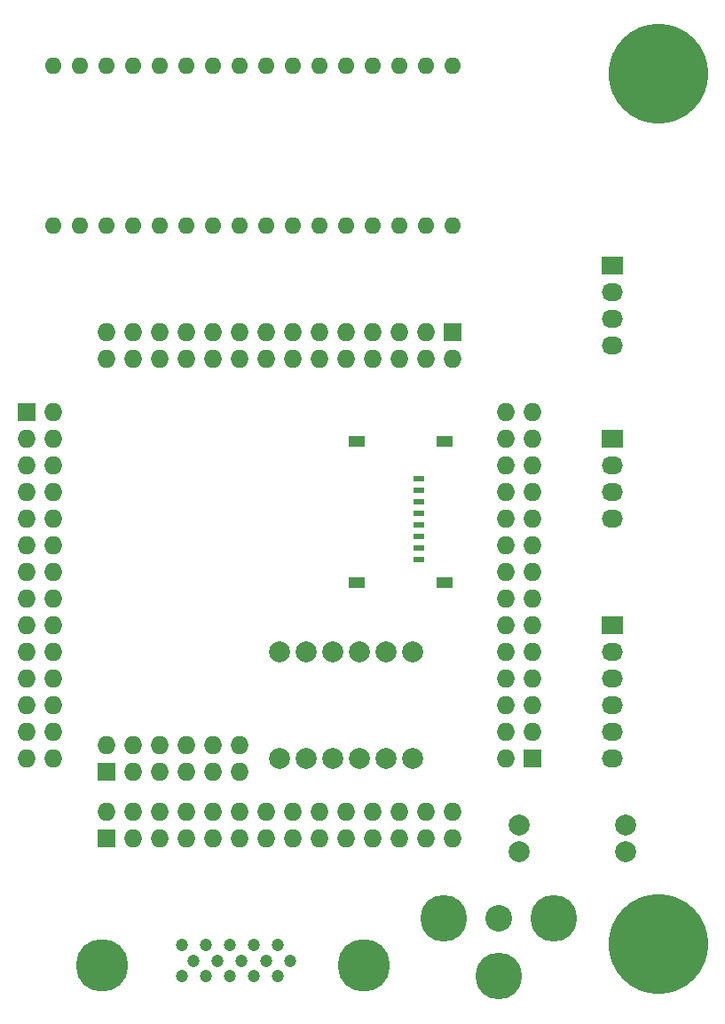
<source format=gbr>
G04 #@! TF.FileFunction,Soldermask,Top*
%FSLAX46Y46*%
G04 Gerber Fmt 4.6, Leading zero omitted, Abs format (unit mm)*
G04 Created by KiCad (PCBNEW (after 2015-mar-04 BZR unknown)-product) date 12/1/2016 2:15:56 PM*
%MOMM*%
G01*
G04 APERTURE LIST*
%ADD10C,0.150000*%
%ADD11C,9.525000*%
%ADD12R,1.727200X1.727200*%
%ADD13O,1.727200X1.727200*%
%ADD14O,1.600000X1.600000*%
%ADD15C,1.998980*%
%ADD16C,5.001260*%
%ADD17C,1.198880*%
%ADD18R,2.032000X1.727200*%
%ADD19O,2.032000X1.727200*%
%ADD20C,4.445000*%
%ADD21C,2.540000*%
%ADD22R,1.049020X0.599440*%
%ADD23R,1.501140X1.049020*%
G04 APERTURE END LIST*
D10*
D11*
X73000000Y-16000000D03*
X73000000Y-99000000D03*
D12*
X20320000Y-88900000D03*
D13*
X20320000Y-86360000D03*
X22860000Y-88900000D03*
X22860000Y-86360000D03*
X25400000Y-88900000D03*
X25400000Y-86360000D03*
X27940000Y-88900000D03*
X27940000Y-86360000D03*
X30480000Y-88900000D03*
X30480000Y-86360000D03*
X33020000Y-88900000D03*
X33020000Y-86360000D03*
X35560000Y-88900000D03*
X35560000Y-86360000D03*
X38100000Y-88900000D03*
X38100000Y-86360000D03*
X40640000Y-88900000D03*
X40640000Y-86360000D03*
X43180000Y-88900000D03*
X43180000Y-86360000D03*
X45720000Y-88900000D03*
X45720000Y-86360000D03*
X48260000Y-88900000D03*
X48260000Y-86360000D03*
X50800000Y-88900000D03*
X50800000Y-86360000D03*
X53340000Y-88900000D03*
X53340000Y-86360000D03*
D12*
X60960000Y-81280000D03*
D13*
X58420000Y-81280000D03*
X60960000Y-78740000D03*
X58420000Y-78740000D03*
X60960000Y-76200000D03*
X58420000Y-76200000D03*
X60960000Y-73660000D03*
X58420000Y-73660000D03*
X60960000Y-71120000D03*
X58420000Y-71120000D03*
X60960000Y-68580000D03*
X58420000Y-68580000D03*
X60960000Y-66040000D03*
X58420000Y-66040000D03*
X60960000Y-63500000D03*
X58420000Y-63500000D03*
X60960000Y-60960000D03*
X58420000Y-60960000D03*
X60960000Y-58420000D03*
X58420000Y-58420000D03*
X60960000Y-55880000D03*
X58420000Y-55880000D03*
X60960000Y-53340000D03*
X58420000Y-53340000D03*
X60960000Y-50800000D03*
X58420000Y-50800000D03*
X60960000Y-48260000D03*
X58420000Y-48260000D03*
D12*
X53340000Y-40640000D03*
D13*
X53340000Y-43180000D03*
X50800000Y-40640000D03*
X50800000Y-43180000D03*
X48260000Y-40640000D03*
X48260000Y-43180000D03*
X45720000Y-40640000D03*
X45720000Y-43180000D03*
X43180000Y-40640000D03*
X43180000Y-43180000D03*
X40640000Y-40640000D03*
X40640000Y-43180000D03*
X38100000Y-40640000D03*
X38100000Y-43180000D03*
X35560000Y-40640000D03*
X35560000Y-43180000D03*
X33020000Y-40640000D03*
X33020000Y-43180000D03*
X30480000Y-40640000D03*
X30480000Y-43180000D03*
X27940000Y-40640000D03*
X27940000Y-43180000D03*
X25400000Y-40640000D03*
X25400000Y-43180000D03*
X22860000Y-40640000D03*
X22860000Y-43180000D03*
X20320000Y-40640000D03*
X20320000Y-43180000D03*
D12*
X12700000Y-48260000D03*
D13*
X15240000Y-48260000D03*
X12700000Y-50800000D03*
X15240000Y-50800000D03*
X12700000Y-53340000D03*
X15240000Y-53340000D03*
X12700000Y-55880000D03*
X15240000Y-55880000D03*
X12700000Y-58420000D03*
X15240000Y-58420000D03*
X12700000Y-60960000D03*
X15240000Y-60960000D03*
X12700000Y-63500000D03*
X15240000Y-63500000D03*
X12700000Y-66040000D03*
X15240000Y-66040000D03*
X12700000Y-68580000D03*
X15240000Y-68580000D03*
X12700000Y-71120000D03*
X15240000Y-71120000D03*
X12700000Y-73660000D03*
X15240000Y-73660000D03*
X12700000Y-76200000D03*
X15240000Y-76200000D03*
X12700000Y-78740000D03*
X15240000Y-78740000D03*
X12700000Y-81280000D03*
X15240000Y-81280000D03*
D14*
X15240000Y-30480000D03*
X17780000Y-30480000D03*
X20320000Y-30480000D03*
X22860000Y-30480000D03*
X25400000Y-30480000D03*
X27940000Y-30480000D03*
X30480000Y-30480000D03*
X33020000Y-30480000D03*
X35560000Y-30480000D03*
X38100000Y-30480000D03*
X40640000Y-30480000D03*
X43180000Y-30480000D03*
X45720000Y-30480000D03*
X48260000Y-30480000D03*
X50800000Y-30480000D03*
X53340000Y-30480000D03*
X53340000Y-15240000D03*
X50800000Y-15240000D03*
X48260000Y-15240000D03*
X45720000Y-15240000D03*
X43180000Y-15240000D03*
X40640000Y-15240000D03*
X38100000Y-15240000D03*
X35560000Y-15240000D03*
X33020000Y-15240000D03*
X30480000Y-15240000D03*
X27940000Y-15240000D03*
X25400000Y-15240000D03*
X22860000Y-15240000D03*
X20320000Y-15240000D03*
X17780000Y-15240000D03*
X15240000Y-15240000D03*
D15*
X49530000Y-81280000D03*
X49530000Y-71120000D03*
X46990000Y-81280000D03*
X46990000Y-71120000D03*
X41910000Y-81280000D03*
X41910000Y-71120000D03*
X44450000Y-81280000D03*
X44450000Y-71120000D03*
X36830000Y-81280000D03*
X36830000Y-71120000D03*
X39370000Y-81280000D03*
X39370000Y-71120000D03*
D16*
X44879260Y-101033580D03*
D17*
X32118300Y-99034600D03*
X34404300Y-99034600D03*
X36695380Y-99034600D03*
X29824680Y-99034600D03*
X27536140Y-99034600D03*
X30970220Y-100533200D03*
X33258760Y-100533200D03*
X35549840Y-100533200D03*
X37840920Y-100533200D03*
D16*
X19890740Y-101033580D03*
D17*
X28679140Y-100533200D03*
X36695380Y-102034340D03*
X34404300Y-102034340D03*
X32115760Y-102031800D03*
X29824680Y-102034340D03*
X27536140Y-102034340D03*
D18*
X68580000Y-34290000D03*
D19*
X68580000Y-36830000D03*
X68580000Y-39370000D03*
X68580000Y-41910000D03*
D18*
X68580000Y-50800000D03*
D19*
X68580000Y-53340000D03*
X68580000Y-55880000D03*
X68580000Y-58420000D03*
D18*
X68580000Y-68580000D03*
D19*
X68580000Y-71120000D03*
X68580000Y-73660000D03*
X68580000Y-76200000D03*
X68580000Y-78740000D03*
X68580000Y-81280000D03*
D20*
X57785000Y-102031800D03*
X63030100Y-96520000D03*
X52539900Y-96520000D03*
D21*
X57785000Y-96520000D03*
D15*
X69850000Y-87630000D03*
X59690000Y-87630000D03*
X69850000Y-90170000D03*
X59690000Y-90170000D03*
D22*
X50109120Y-54615080D03*
X50109120Y-55714900D03*
X50109120Y-56814720D03*
X50109120Y-57914540D03*
X50109120Y-59014360D03*
X50109120Y-60114180D03*
X50109120Y-61214000D03*
X50109120Y-62313820D03*
D23*
X52638960Y-51059080D03*
X52638960Y-64510920D03*
X44239180Y-51059080D03*
X44239180Y-64510920D03*
D12*
X20320000Y-82550000D03*
D13*
X20320000Y-80010000D03*
X22860000Y-82550000D03*
X22860000Y-80010000D03*
X25400000Y-82550000D03*
X25400000Y-80010000D03*
X27940000Y-82550000D03*
X27940000Y-80010000D03*
X30480000Y-82550000D03*
X30480000Y-80010000D03*
X33020000Y-82550000D03*
X33020000Y-80010000D03*
M02*

</source>
